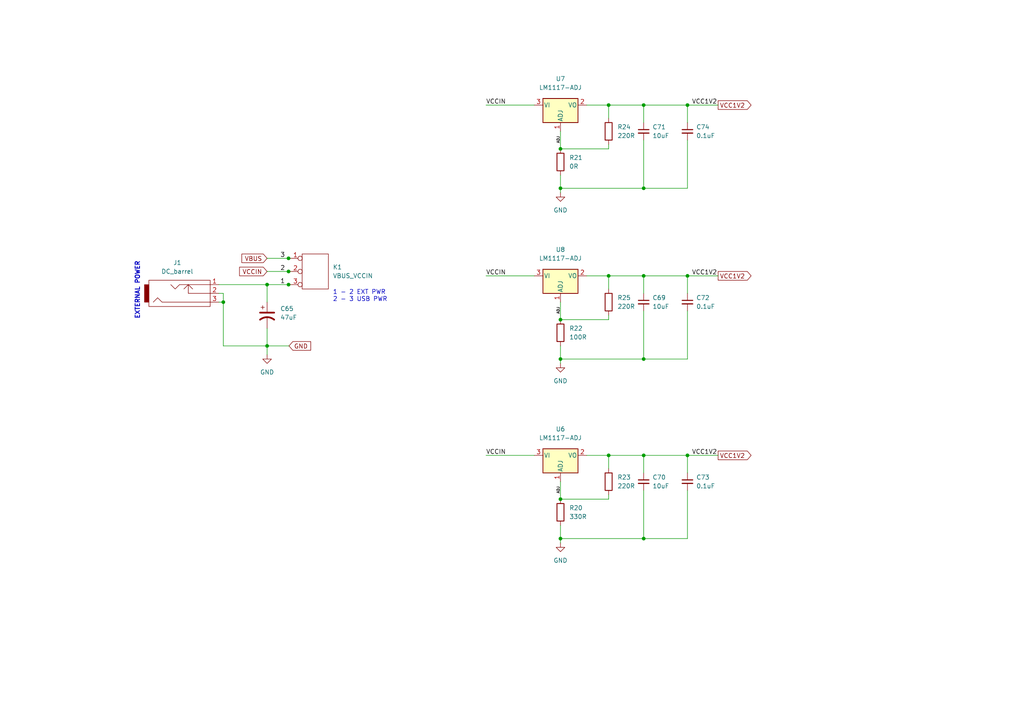
<source format=kicad_sch>
(kicad_sch (version 20230121) (generator eeschema)
  (paper "A4")
  (lib_symbols
    (symbol "LM1117-ADJ_1" (pin_names (offset 0.254))
      (property "Reference" "U" (at -3.81 3.175 0))
      (property "Value" "LM1117-ADJ" (at 0 3.175 0))
      (symbol "LM1117-ADJ_1_0_1"
        (rectangle (start -5.08 -5.08) (end 5.08 1.905) (stroke (width 0.254)) (fill (type background)))
      )
      (symbol "LM1117-ADJ_1_1_1"
        (pin input line (at 0 -7.62 90) (length 2.54) (name "ADJ") (number "1"))
        (pin passive line (at 7.62 0 180) (length 2.54) (name "VO") (number "2"))
        (pin passive line (at -7.62 0 0) (length 2.54) (name "VI") (number "3"))
      )
    )
    (symbol "LM1117-ADJ_2" (pin_names (offset 0.254))
      (property "Reference" "U" (at -3.81 3.175 0))
      (property "Value" "LM1117-ADJ" (at 0 3.175 0))
      (symbol "LM1117-ADJ_2_0_1"
        (rectangle (start -5.08 -5.08) (end 5.08 1.905) (stroke (width 0.254)) (fill (type background)))
      )
      (symbol "LM1117-ADJ_2_1_1"
        (pin input line (at 0 -7.62 90) (length 2.54) (name "ADJ") (number "1"))
        (pin passive line (at 7.62 0 180) (length 2.54) (name "VO") (number "2"))
        (pin passive line (at -7.62 0 0) (length 2.54) (name "VI") (number "3"))
      )
    )
    (symbol "saturn:C_Polarized_US" (pin_numbers hide) (pin_names (offset 0.254) hide)
      (property "Reference" "C65" (at 3.81 1.9051 0))
      (property "Value" "C_Polarized_US" (at 3.81 -0.6349 0))
      (symbol "C_Polarized_US_0_1"
        (polyline (pts (xy -2.032 0.762) (xy 2.032 0.762)) (stroke (width 0.508)))
        (polyline (pts (xy -1.778 2.286) (xy -0.762 2.286)))
        (polyline (pts (xy -1.27 1.778) (xy -1.27 2.794)))
        (arc (start 2.032 -1.27) (mid 0 -0.5572) (end -2.032 -1.27) (stroke (width 0.508)))
      )
      (symbol "C_Polarized_US_1_1"
        (pin passive line (at 0 3.81 270) (length 2.794) (name "~") (number "1"))
        (pin passive line (at 0 -3.81 90) (length 3.302) (name "~") (number "2"))
      )
    )
    (symbol "saturn:C_Small" (pin_numbers hide) (pin_names (offset 0.254) hide)
      (property "Reference" "C6" (at 2.54 1.2638 0))
      (property "Value" "C_Small" (at 2.54 -1.2762 0))
      (symbol "C_Small_0_1"
        (polyline (pts (xy -1.524 -0.508) (xy 1.524 -0.508)) (stroke (width 0.3302)))
        (polyline (pts (xy -1.524 0.508) (xy 1.524 0.508)) (stroke (width 0.3048)))
      )
      (symbol "C_Small_1_1"
        (pin passive line (at 0 2.54 270) (length 2.032) (name "~") (number "1"))
        (pin passive line (at 0 -2.54 90) (length 2.032) (name "~") (number "2"))
      )
    )
    (symbol "saturn:DC_barrel"
      (property "Reference" "J" (at -3.81 0 0))
      (property "Value" "DC_barrel" (at 0 -5.08 0))
      (symbol "DC_barrel_0_1"
        (rectangle (start -10.16 2.54) (end -8.89 -2.54) (fill (type outline)))
        (rectangle (start -8.89 3.81) (end 8.89 -3.81))
        (polyline (pts (xy -3.81 2.54) (xy -3.81 2.54)))
        (polyline (pts (xy 8.89 -2.54) (xy -5.08 -2.54) (xy -6.35 -1.27) (xy -7.62 -2.54)))
        (polyline (pts (xy 8.89 2.54) (xy 0 2.54) (xy -1.27 1.27) (xy -2.54 2.54)))
        (polyline (pts (xy 8.89 0) (xy 2.54 0) (xy 2.54 2.54) (xy 1.27 1.27) (xy 2.54 2.54) (xy 3.81 1.27)))
      )
      (symbol "DC_barrel_1_1"
        (pin passive line (at 11.43 2.54 180) (length 2.54) (name "") (number "1"))
        (pin passive line (at 11.43 0 180) (length 2.54) (name "") (number "2"))
        (pin passive line (at 11.43 -2.54 180) (length 2.54) (name "") (number "3"))
      )
    )
    (symbol "saturn:GND" (power) (pin_names (offset 0))
      (property "Value" "GND" (at 0 -3.81 0))
      (symbol "GND_0_1"
        (polyline (pts (xy 0 0) (xy 0 -1.27) (xy 1.27 -1.27) (xy 0 -2.54) (xy -1.27 -1.27) (xy 0 -1.27)))
      )
      (symbol "GND_1_1"
        (pin power_in line (at 0 0 270) (length 0) hide (name "GND") (number "1"))
      )
    )
    (symbol "saturn:LM1117-ADJ" (pin_names (offset 0.254))
      (property "Reference" "U" (at -3.81 3.175 0))
      (property "Value" "LM1117-ADJ" (at 0 3.175 0))
      (symbol "LM1117-ADJ_0_1"
        (rectangle (start -5.08 -5.08) (end 5.08 1.905) (stroke (width 0.254)) (fill (type background)))
      )
      (symbol "LM1117-ADJ_1_1"
        (pin input line (at 0 -7.62 90) (length 2.54) (name "ADJ") (number "1"))
        (pin passive line (at 7.62 0 180) (length 2.54) (name "VO") (number "2"))
        (pin passive line (at -7.62 0 0) (length 2.54) (name "VI") (number "3"))
      )
    )
    (symbol "saturn:R" (pin_numbers hide) (pin_names (offset 0))
      (property "Reference" "R" (at 2.032 0 90))
      (property "Value" "R" (at 0 0 90))
      (symbol "R_0_1"
        (rectangle (start -1.016 -2.54) (end 1.016 2.54) (stroke (width 0.254)))
      )
      (symbol "R_1_1"
        (pin passive line (at 0 3.81 270) (length 1.27) (name "~") (number "1"))
        (pin passive line (at 0 -3.81 90) (length 1.27) (name "~") (number "2"))
      )
    )
    (symbol "saturn:VBUS_VCCIN"
      (property "Reference" "K" (at 0 0 90))
      (property "Value" "VBUS_VCCIN" (at 0 -6.35 0))
      (symbol "VBUS_VCCIN_0_1"
        (rectangle (start -3.81 5.08) (end 3.81 -5.08))
      )
      (symbol "VBUS_VCCIN_1_1"
        (pin input inverted (at -7.75 3.81 0) (length 4) (name "") (number "1"))
        (pin input inverted (at -7.75 0 0) (length 4) (name "") (number "2"))
        (pin input inverted (at -7.75 -3.81 0) (length 4) (name "") (number "3"))
      )
    )
  )
  (junction (at 77.47 100.33))
  (junction (at 186.69 132.08))
  (junction (at 162.56 54.61))
  (junction (at 83.69 74.93))
  (junction (at 83.69 82.55))
  (junction (at 64.77 87.63))
  (junction (at 162.56 92.71))
  (junction (at 186.69 104.14))
  (junction (at 199.39 30.48))
  (junction (at 162.56 156.21))
  (junction (at 162.56 144.78))
  (junction (at 199.39 132.08))
  (junction (at 83.69 78.74))
  (junction (at 176.53 80.01))
  (junction (at 199.39 80.01))
  (junction (at 176.53 132.08))
  (junction (at 186.69 80.01))
  (junction (at 77.47 82.55))
  (junction (at 162.56 104.14))
  (junction (at 186.69 54.61))
  (junction (at 176.53 30.48))
  (junction (at 162.56 43.18))
  (junction (at 186.69 30.48))
  (junction (at 186.69 156.21))
  (wire (pts (xy 162.56 156.21) (xy 162.56 157.48)))
  (wire (pts (xy 162.56 38.1) (xy 162.56 43.18)))
  (wire (pts (xy 64.77 100.33) (xy 77.47 100.33)))
  (wire (pts (xy 186.69 104.14) (xy 162.56 104.14)))
  (wire (pts (xy 176.53 143.51) (xy 176.53 144.78)))
  (wire (pts (xy 77.47 100.33) (xy 83.82 100.33)))
  (wire (pts (xy 140.97 80.01) (xy 154.94 80.01)))
  (wire (pts (xy 162.56 54.61) (xy 162.56 55.88)))
  (wire (pts (xy 162.56 50.8) (xy 162.56 54.61)))
  (wire (pts (xy 176.53 43.18) (xy 162.56 43.18)))
  (wire (pts (xy 199.39 156.21) (xy 186.69 156.21)))
  (wire (pts (xy 176.53 80.01) (xy 186.69 80.01)))
  (wire (pts (xy 162.56 87.63) (xy 162.56 92.71)))
  (wire (pts (xy 170.18 30.48) (xy 176.53 30.48)))
  (wire (pts (xy 186.69 30.48) (xy 186.69 35.56)))
  (wire (pts (xy 186.69 54.61) (xy 162.56 54.61)))
  (wire (pts (xy 77.47 82.55) (xy 83.69 82.55)))
  (wire (pts (xy 162.56 139.7) (xy 162.56 144.78)))
  (wire (pts (xy 176.53 41.91) (xy 176.53 43.18)))
  (wire (pts (xy 162.56 104.14) (xy 162.56 105.41)))
  (wire (pts (xy 176.53 132.08) (xy 176.53 135.89)))
  (wire (pts (xy 199.39 54.61) (xy 186.69 54.61)))
  (wire (pts (xy 176.53 92.71) (xy 162.56 92.71)))
  (wire (pts (xy 199.39 40.64) (xy 199.39 54.61)))
  (wire (pts (xy 83.69 78.74) (xy 83.82 78.74)))
  (wire (pts (xy 77.47 82.55) (xy 77.47 87.63)))
  (wire (pts (xy 170.18 80.01) (xy 176.53 80.01)))
  (wire (pts (xy 140.97 132.08) (xy 154.94 132.08)))
  (wire (pts (xy 64.77 87.63) (xy 64.77 85.09)))
  (wire (pts (xy 186.69 80.01) (xy 199.39 80.01)))
  (wire (pts (xy 186.69 80.01) (xy 186.69 85.09)))
  (wire (pts (xy 77.47 100.33) (xy 77.47 102.87)))
  (wire (pts (xy 77.47 78.74) (xy 83.69 78.74)))
  (wire (pts (xy 199.39 104.14) (xy 186.69 104.14)))
  (wire (pts (xy 162.56 152.4) (xy 162.56 156.21)))
  (wire (pts (xy 199.39 80.01) (xy 199.39 85.09)))
  (wire (pts (xy 64.77 87.63) (xy 64.77 100.33)))
  (wire (pts (xy 199.39 80.01) (xy 208.28 80.01)))
  (wire (pts (xy 186.69 156.21) (xy 162.56 156.21)))
  (wire (pts (xy 83.69 74.93) (xy 83.82 74.93)))
  (wire (pts (xy 162.56 100.33) (xy 162.56 104.14)))
  (wire (pts (xy 186.69 90.17) (xy 186.69 104.14)))
  (wire (pts (xy 64.77 85.09) (xy 63.5 85.09)))
  (wire (pts (xy 140.97 30.48) (xy 154.94 30.48)))
  (wire (pts (xy 186.69 142.24) (xy 186.69 156.21)))
  (wire (pts (xy 77.47 74.93) (xy 83.69 74.93)))
  (wire (pts (xy 77.47 95.25) (xy 77.47 100.33)))
  (wire (pts (xy 199.39 132.08) (xy 208.28 132.08)))
  (wire (pts (xy 199.39 30.48) (xy 208.28 30.48)))
  (wire (pts (xy 176.53 144.78) (xy 162.56 144.78)))
  (wire (pts (xy 186.69 132.08) (xy 199.39 132.08)))
  (wire (pts (xy 63.5 82.55) (xy 77.47 82.55)))
  (wire (pts (xy 186.69 30.48) (xy 199.39 30.48)))
  (wire (pts (xy 63.5 87.63) (xy 64.77 87.63)))
  (wire (pts (xy 170.18 132.08) (xy 176.53 132.08)))
  (wire (pts (xy 186.69 40.64) (xy 186.69 54.61)))
  (wire (pts (xy 176.53 132.08) (xy 186.69 132.08)))
  (wire (pts (xy 176.53 80.01) (xy 176.53 83.82)))
  (wire (pts (xy 199.39 132.08) (xy 199.39 137.16)))
  (wire (pts (xy 199.39 142.24) (xy 199.39 156.21)))
  (wire (pts (xy 186.69 132.08) (xy 186.69 137.16)))
  (wire (pts (xy 83.69 82.55) (xy 83.82 82.55)))
  (wire (pts (xy 176.53 30.48) (xy 186.69 30.48)))
  (wire (pts (xy 199.39 30.48) (xy 199.39 35.56)))
  (wire (pts (xy 176.53 30.48) (xy 176.53 34.29)))
  (wire (pts (xy 176.53 91.44) (xy 176.53 92.71)))
  (wire (pts (xy 199.39 90.17) (xy 199.39 104.14)))
  (text "1 - 2 EXT PWR\n2 - 3 USB PWR" (at 96.52 87.63 0) (effects (font (size 1.27 1.27)) (justify left bottom)))
  (text "EXTERNAL POWER" (at 40.64 92.71 90) (effects (font (size 1.27 1.27) (thickness 0.254) bold) (justify left bottom)))
  (label "VCC1V2" (at 200.66 30.48 0))
  (label "ADJ" (at 162.56 140.97 270) (effects (font (size 0.762 0.762))))
  (label "2" (at 81.28 78.74 0))
  (label "VCCIN" (at 140.97 132.08 0))
  (label "VCC1V2" (at 200.66 80.01 0))
  (label "VCCIN" (at 140.97 30.48 0))
  (label "ADJ" (at 162.56 88.9 270) (effects (font (size 0.762 0.762))))
  (label "VCCIN" (at 140.97 80.01 0))
  (label "VCC1V2" (at 200.66 132.08 0))
  (label "3" (at 81.28 74.93 0))
  (label "ADJ" (at 162.56 39.37 270) (effects (font (size 0.762 0.762))))
  (label "1" (at 81.28 82.55 0))
  (global_label "VCC1V2" (shape output) (at 208.28 80.01 0) (property "Intersheetrefs" "${INTERSHEET_REFS}" (effects hide)))
  (global_label "VCC1V2" (shape output) (at 208.28 132.08 0) (property "Intersheetrefs" "${INTERSHEET_REFS}" (effects hide)))
  (global_label "VBUS" (shape input) (at 77.47 74.93 180) (property "Intersheetrefs" "${INTERSHEET_REFS}" (effects hide)))
  (global_label "GND" (shape input) (at 83.82 100.33 0) (property "Intersheetrefs" "${INTERSHEET_REFS}" (effects hide)))
  (global_label "VCC1V2" (shape output) (at 208.28 30.48 0) (property "Intersheetrefs" "${INTERSHEET_REFS}" (effects hide)))
  (global_label "VCCIN" (shape input) (at 77.47 78.74 180) (property "Intersheetrefs" "${INTERSHEET_REFS}" (effects hide)))
  (symbol (lib_id "saturn:VBUS_VCCIN") (at 91.44 78.74 0) (unit 1)
    (property "Reference" "K1" (at 96.52 77.4699 0) (effects (justify left)))
    (property "Value" "VBUS_VCCIN" (at 96.52 80.0099 0) (effects (justify left)))
    (property "Footprint" "saturn:PinHeader_1x03_P2.54mm_Vertical" (effects hide))
    (property "Datasheet" "n/a" (effects hide))
    (property "Description" "PIN HEADER, SINGLE ROW, 3 PIN, S" (effects hide))
    (property "Manufacturer#" "2111-1X03G00SB" (effects hide))
    (property "Supplier" "DigiKey" (effects hide))
    (property "Manufacturer" "Oupiin" (effects hide))
  )
  (symbol (lib_id "saturn:C_Small") (at 199.39 139.7 0) (unit 1)
    (property "Reference" "C73" (at 201.93 138.4362 0) (effects (justify left)))
    (property "Value" "0.1uF" (at 201.93 140.9762 0) (effects (justify left)))
    (property "Footprint" "saturn:C_0201_0603Metric" (effects hide))
    (property "Datasheet" "https://search.murata.co.jp/Ceramy/image/img/A01X/G101/ENG/GRM033R61A104KE15-01A.pdf" (effects hide))
    (property "Description" "CAP CER 0.1UF 10V X5R 0201" (effects hide))
    (property "Manufacturer#" "GRM033R61A104KE15D " (effects hide))
    (property "Supplier" "DigiKey" (effects hide))
    (property "Manufacturer" "Murata Electronics" (effects hide))
  )
  (symbol (lib_id "saturn:C_Small") (at 186.69 139.7 0) (unit 1)
    (property "Reference" "C70" (at 189.23 138.4362 0) (effects (justify left)))
    (property "Value" "10uF" (at 189.23 140.9762 0) (effects (justify left)))
    (property "Footprint" "saturn:C_0402_1005Metric" (effects hide))
    (property "Datasheet" "https://www.murata.com/en-us/api/pdfdownloadapi?cate=luCeramicCapacitorsSMD&partno=GRM155R60J106ME15%23" (effects hide))
    (property "Description" "CAP CER 10UF 6.3V X5R 0402" (effects hide))
    (property "Manufacturer#" "GRM155R60J106ME15D" (effects hide))
    (property "Supplier" "DigiKey" (effects hide))
    (property "Manufacturer" "Murata Electronics" (effects hide))
  )
  (symbol (lib_id "saturn:C_Small") (at 186.69 87.63 0) (unit 1)
    (property "Reference" "C69" (at 189.23 86.3662 0) (effects (justify left)))
    (property "Value" "10uF" (at 189.23 88.9062 0) (effects (justify left)))
    (property "Footprint" "saturn:C_0402_1005Metric" (effects hide))
    (property "Datasheet" "https://www.murata.com/en-us/api/pdfdownloadapi?cate=luCeramicCapacitorsSMD&partno=GRM155R60J106ME15%23" (effects hide))
    (property "Description" "CAP CER 10UF 6.3V X5R 0402" (effects hide))
    (property "Manufacturer#" "GRM155R60J106ME15D" (effects hide))
    (property "Supplier" "DigiKey" (effects hide))
    (property "Manufacturer" "Murata Electronics" (effects hide))
  )
  (symbol (lib_id "saturn:R") (at 162.56 46.99 0) (unit 1)
    (property "Reference" "R21" (at 165.1 45.7199 0) (effects (justify left)))
    (property "Value" "0R" (at 165.1 48.2599 0) (effects (justify left)))
    (property "Footprint" "saturn:R_0201_0603Metric" (effects hide))
    (property "Datasheet" "https://industrial.panasonic.com/cdbs/www-data/pdf/RDA0000/AOA0000C301.pdf" (effects hide))
    (property "Description" "RES SMD 0 OHM JUMPER 1/20W 0201" (effects hide))
    (property "Manufacturer#" "ERJ-1GN0R00C" (effects hide))
    (property "Supplier" "DigiKey" (effects hide))
    (property "Manufacturer" "Panasonic Electronic Componenets" (effects hide))
  )
  (symbol (lib_id "saturn:R") (at 176.53 38.1 0) (unit 1)
    (property "Reference" "R24" (at 179.07 36.8299 0) (effects (justify left)))
    (property "Value" "220R" (at 179.07 39.3699 0) (effects (justify left)))
    (property "Footprint" "saturn:R_0201_0603Metric" (effects hide))
    (property "Datasheet" "https://api.pim.na.industrial.panasonic.com/file_stream/main/fileversion/1242" (effects hide))
    (property "Description" "RES SMD 220 OHM 5% 1/20W 0201" (effects hide))
    (property "Manufacturer#" "ERJ-1GNJ221C" (effects hide))
    (property "Supplier" "DigiKey" (effects hide))
    (property "Manufacturer" "Panasonic Electronic Componenets" (effects hide))
  )
  (symbol (lib_id "saturn:GND") (at 162.56 55.88 0) (unit 1)
    (property "Reference" "#PWR0119" (effects hide))
    (property "Value" "GND" (at 162.56 60.96 0))
  )
  (symbol (lib_id "saturn:C_Small") (at 199.39 87.63 0) (unit 1)
    (property "Reference" "C72" (at 201.93 86.3662 0) (effects (justify left)))
    (property "Value" "0.1uF" (at 201.93 88.9062 0) (effects (justify left)))
    (property "Footprint" "saturn:C_0201_0603Metric" (effects hide))
    (property "Datasheet" "https://search.murata.co.jp/Ceramy/image/img/A01X/G101/ENG/GRM033R61A104KE15-01A.pdf" (effects hide))
    (property "Description" "CAP CER 0.1UF 10V X5R 0201" (effects hide))
    (property "Manufacturer#" "GRM033R61A104KE15D " (effects hide))
    (property "Supplier" "DigiKey" (effects hide))
    (property "Manufacturer" "Murata Electronics" (effects hide))
  )
  (symbol (lib_name "LM1117-ADJ_1") (lib_id "saturn:LM1117-ADJ") (at 162.56 80.01 0) (unit 1)
    (property "Reference" "U8" (at 162.56 72.39 0))
    (property "Value" "LM1117-ADJ" (at 162.56 74.93 0))
    (property "Footprint" "saturn:SOT230P700X180-4N" (effects hide))
    (property "Datasheet" "http://www.ti.com/lit/ds/symlink/lm1117.pdf" (effects hide))
    (property "Description" "IC REG LIN POS ADJ 800MA SOT223" (effects hide))
    (property "Manufacturer#" "LM1117IMPX-ADJ/NOPB" (effects hide))
    (property "Supplier" "DigiKey" (effects hide))
    (property "Manufacturer" "Texas Instruments" (effects hide))
  )
  (symbol (lib_id "saturn:GND") (at 162.56 105.41 0) (unit 1)
    (property "Reference" "#PWR0117" (effects hide))
    (property "Value" "GND" (at 162.56 110.49 0))
  )
  (symbol (lib_id "saturn:DC_barrel") (at 52.07 85.09 0) (unit 1)
    (property "Reference" "J1" (at 51.435 76.2 0))
    (property "Value" "DC_barrel" (at 51.435 78.74 0))
    (property "Footprint" "saturn:BarrelJack_CUI_PJ-036AH-SMT_Horizontal" (effects hide))
    (property "Datasheet" "https://www.cuidevices.com/product/resource/pj-036ah-smt-tr.pdf" (effects hide))
    (property "Description" "CONN PWR JACK 2X5.5MM SOLDER" (effects hide))
    (property "Manufacturer#" "PJ-036AH-SMT-TR" (effects hide))
    (property "Supplier" "DigiKey" (effects hide))
    (property "Manufacturer" "CUI Devices" (effects hide))
  )
  (symbol (lib_name "LM1117-ADJ_2") (lib_id "saturn:LM1117-ADJ") (at 162.56 132.08 0) (unit 1)
    (property "Reference" "U6" (at 162.56 124.46 0))
    (property "Value" "LM1117-ADJ" (at 162.56 127 0))
    (property "Footprint" "saturn:SOT230P700X180-4N" (effects hide))
    (property "Datasheet" "http://www.ti.com/lit/ds/symlink/lm1117.pdf" (effects hide))
    (property "Description" "IC REG LIN POS ADJ 800MA SOT223" (effects hide))
    (property "Manufacturer#" "LM1117IMPX-ADJ/NOPB" (effects hide))
    (property "Supplier" "DigiKey" (effects hide))
    (property "Manufacturer" "Texas Instruments" (effects hide))
  )
  (symbol (lib_id "saturn:C_Small") (at 199.39 38.1 0) (unit 1)
    (property "Reference" "C74" (at 201.93 36.8362 0) (effects (justify left)))
    (property "Value" "0.1uF" (at 201.93 39.3762 0) (effects (justify left)))
    (property "Footprint" "saturn:C_0201_0603Metric" (effects hide))
    (property "Datasheet" "https://search.murata.co.jp/Ceramy/image/img/A01X/G101/ENG/GRM033R61A104KE15-01A.pdf" (effects hide))
    (property "Description" "CAP CER 0.1UF 10V X5R 0201" (effects hide))
    (property "Manufacturer#" "GRM033R61A104KE15D " (effects hide))
    (property "Supplier" "DigiKey" (effects hide))
    (property "Manufacturer" "Murata Electronics" (effects hide))
  )
  (symbol (lib_id "saturn:GND") (at 77.47 102.87 0) (unit 1)
    (property "Reference" "#PWR0120" (effects hide))
    (property "Value" "GND" (at 77.47 107.95 0))
  )
  (symbol (lib_id "saturn:LM1117-ADJ") (at 162.56 30.48 0) (unit 1)
    (property "Reference" "U7" (at 162.56 22.86 0))
    (property "Value" "LM1117-ADJ" (at 162.56 25.4 0))
    (property "Footprint" "saturn:SOT230P700X180-4N" (effects hide))
    (property "Datasheet" "http://www.ti.com/lit/ds/symlink/lm1117.pdf" (effects hide))
    (property "Description" "IC REG LIN POS ADJ 800MA SOT223" (effects hide))
    (property "Manufacturer#" "LM1117IMPX-ADJ/NOPB" (effects hide))
    (property "Supplier" "DigiKey" (effects hide))
    (property "Manufacturer" "Texas Instruments" (effects hide))
  )
  (symbol (lib_id "saturn:R") (at 176.53 139.7 0) (unit 1)
    (property "Reference" "R23" (at 179.07 138.4299 0) (effects (justify left)))
    (property "Value" "220R" (at 179.07 140.9699 0) (effects (justify left)))
    (property "Footprint" "saturn:R_0201_0603Metric" (effects hide))
    (property "Datasheet" "https://api.pim.na.industrial.panasonic.com/file_stream/main/fileversion/1242" (effects hide))
    (property "Description" "RES SMD 220 OHM 5% 1/20W 0201" (effects hide))
    (property "Manufacturer#" "ERJ-1GNJ221C" (effects hide))
    (property "Supplier" "DigiKey" (effects hide))
    (property "Manufacturer" "Panasonic Electronic Componenets" (effects hide))
  )
  (symbol (lib_id "saturn:R") (at 162.56 148.59 0) (unit 1)
    (property "Reference" "R20" (at 165.1 147.3199 0) (effects (justify left)))
    (property "Value" "330R" (at 165.1 149.8599 0) (effects (justify left)))
    (property "Footprint" "saturn:R_0201_0603Metric" (effects hide))
    (property "Datasheet" "https://industrial.panasonic.com/cdbs/www-data/pdf/RDA0000/AOA0000C304.pdf" (effects hide))
    (property "Description" "RES SMD 330 OHM 1% 1/20W 0201" (effects hide))
    (property "Manufacturer#" "ERJ-1GNF3300C" (effects hide))
    (property "Supplier" "DigiKey" (effects hide))
    (property "Manufacturer" "Panasonic Electronic Componenets" (effects hide))
  )
  (symbol (lib_id "saturn:C_Polarized_US") (at 77.47 91.44 0) (unit 1)
    (property "Reference" "C65" (at 81.28 89.5349 0) (effects (justify left)))
    (property "Value" "47uF" (at 81.28 92.0749 0) (effects (justify left)))
    (property "Footprint" "saturn:C_Elec_6.6x6.6" (effects hide))
    (property "Datasheet" "https://connect.kemet.com:7667/gateway/IntelliData-ComponentDocumentation/1.0/download/datasheet/EEV476M035S9GAA" (effects hide))
    (property "Description" "CAP ALUM 47UF 20% 35V SMD" (effects hide))
    (property "Manufacturer#" "EEV476M035S9GAA" (effects hide))
    (property "Supplier" "DigiKey" (effects hide))
    (property "Manufacturer" "KEMET" (effects hide))
  )
  (symbol (lib_id "saturn:R") (at 162.56 96.52 0) (unit 1)
    (property "Reference" "R22" (at 165.1 95.2499 0) (effects (justify left)))
    (property "Value" "100R" (at 165.1 97.7899 0) (effects (justify left)))
    (property "Footprint" "saturn:R_0201_0603Metric" (effects hide))
    (property "Datasheet" "https://industrial.panasonic.com/cdbs/www-data/pdf/RDA0000/AOA0000C304.pdf" (effects hide))
    (property "Description" "RES SMD 100 OHM 1% 1/20W 0201" (effects hide))
    (property "Manufacturer#" "ERJ-1GNF1000C" (effects hide))
    (property "Supplier" "DigiKey" (effects hide))
    (property "Manufacturer" "Panasonic Electronic Componenets" (effects hide))
  )
  (symbol (lib_id "saturn:R") (at 176.53 87.63 0) (unit 1)
    (property "Reference" "R25" (at 179.07 86.3599 0) (effects (justify left)))
    (property "Value" "220R" (at 179.07 88.8999 0) (effects (justify left)))
    (property "Footprint" "saturn:R_0201_0603Metric" (effects hide))
    (property "Datasheet" "https://api.pim.na.industrial.panasonic.com/file_stream/main/fileversion/1242" (effects hide))
    (property "Description" "RES SMD 220 OHM 5% 1/20W 0201" (effects hide))
    (property "Manufacturer#" "ERJ-1GNJ221C" (effects hide))
    (property "Supplier" "DigiKey" (effects hide))
    (property "Manufacturer" "Panasonic Electronic Componenets" (effects hide))
  )
  (symbol (lib_id "saturn:GND") (at 162.56 157.48 0) (unit 1)
    (property "Reference" "#PWR0118" (effects hide))
    (property "Value" "GND" (at 162.56 162.56 0))
  )
  (symbol (lib_id "saturn:C_Small") (at 186.69 38.1 0) (unit 1)
    (property "Reference" "C71" (at 189.23 36.8362 0) (effects (justify left)))
    (property "Value" "10uF" (at 189.23 39.3762 0) (effects (justify left)))
    (property "Footprint" "saturn:C_0402_1005Metric" (effects hide))
    (property "Datasheet" "https://www.murata.com/en-us/api/pdfdownloadapi?cate=luCeramicCapacitorsSMD&partno=GRM155R60J106ME15%23" (effects hide))
    (property "Description" "CAP CER 10UF 6.3V X5R 0402" (effects hide))
    (property "Manufacturer#" "GRM155R60J106ME15D" (effects hide))
    (property "Supplier" "DigiKey" (effects hide))
    (property "Manufacturer" "Murata Electronics" (effects hide))
  )
)
</source>
